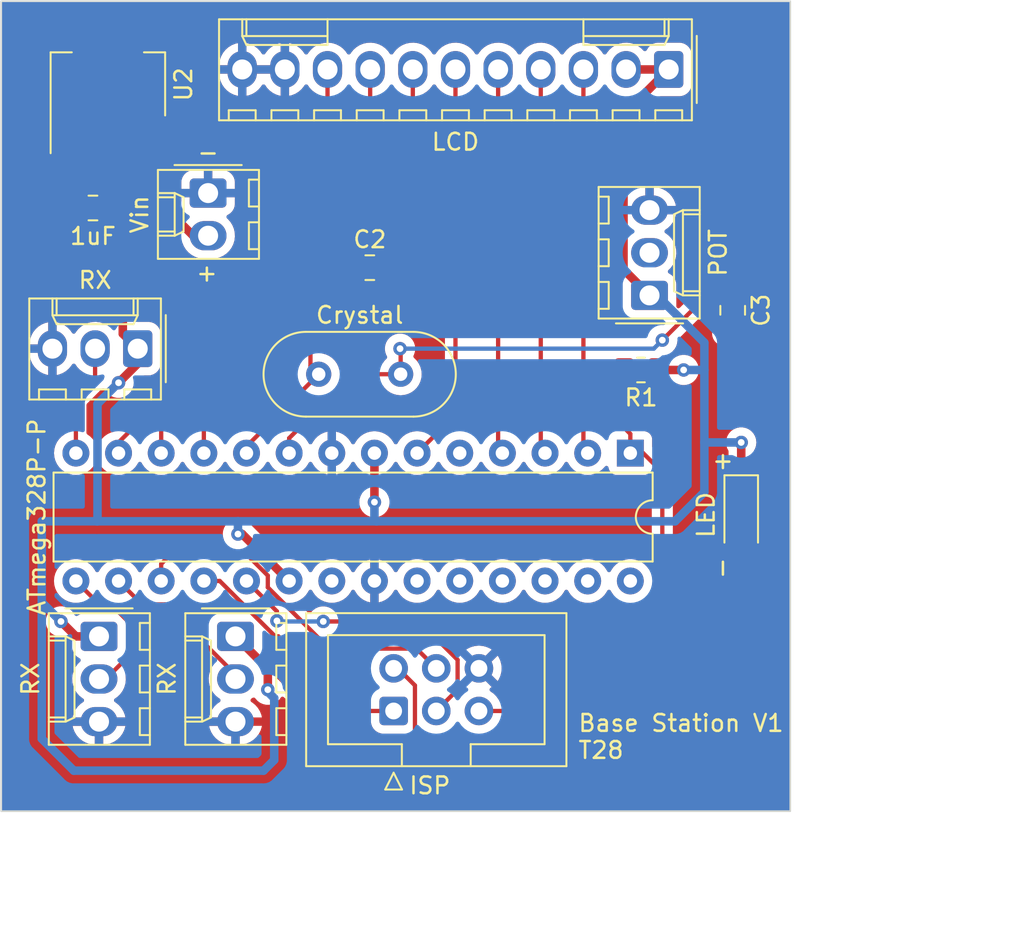
<source format=kicad_pcb>
(kicad_pcb (version 20221018) (generator pcbnew)
  (layers (0 "F.Cu" signal) (31 "B.Cu" signal) (34 "B.Paste" user) (35 "F.Paste" user) (36 "B.SilkS" user "B.Silkscreen") (37 "F.SilkS" user "F.Silkscreen") (38 "B.Mask" user) (39 "F.Mask" user) (44 "Edge.Cuts" user))
  (net 0 "")
  (net 1 "GND")
  (net 2 "+5V")
  (net 3 "Net-(D1-A)")
  (net 4 "/RS")
  (net 5 "/RW")
  (net 6 "/E")
  (net 7 "/DB4")
  (net 8 "/DB5")
  (net 9 "/DB6")
  (net 10 "/DB7")
  (net 11 "Net-(J1-Pin_2)")
  (net 12 "/MISO")
  (net 13 "/SCK")
  (net 14 "/MOSI")
  (net 15 "/RST")
  (net 16 "/D1")
  (net 17 "/D2")
  (net 18 "/D3")
  (net 20 "Net-(U1-XTAL1{slash}PB6)")
  (net 21 "Net-(U1-XTAL2{slash}PB7)")
  (net 29 "/Vo")
  (footprint "Connector_Molex:Molex_KK-254_AE-6410-02A_1x02_P2.54mm_Vertical" (layer "F.Cu") (at 64.389 107.95 -90)
    (fp_text reference "J1" hide)
    (fp_text value "Vin" (at 1.27 4.08 90) (layer "F.SilkS"))
    (fp_text user "+" (at 4.826 0 -90 unlocked) (layer "F.SilkS"))
    (fp_text user "-" (at -2.286 0 -180 unlocked) (layer "F.SilkS"))
    (fp_line (start -1.67 -2) (end -1.67 2) (stroke (width 0.12)) (layer "F.SilkS"))
    (fp_line (start -1.38 -3.03) (end -1.38 2.99) (stroke (width 0.12)) (layer "F.SilkS"))
    (fp_line (start -1.38 2.99) (end 3.92 2.99) (stroke (width 0.12)) (layer "F.SilkS"))
    (fp_line (start -0.8 -3.03) (end -0.8 -2.43) (stroke (width 0.12)) (layer "F.SilkS"))
    (fp_line (start -0.8 -2.43) (end 0.8 -2.43) (stroke (width 0.12)) (layer "F.SilkS"))
    (fp_line (start 0 1.99) (end 0.25 1.46) (stroke (width 0.12)) (layer "F.SilkS"))
    (fp_line (start 0 1.99) (end 2.54 1.99) (stroke (width 0.12)) (layer "F.SilkS"))
    (fp_line (start 0 2.99) (end 0 1.99) (stroke (width 0.12)) (layer "F.SilkS"))
    (fp_line (start 0.25 1.46) (end 2.29 1.46) (stroke (width 0.12)) (layer "F.SilkS"))
    (fp_line (start 0.25 2.99) (end 0.25 1.99) (stroke (width 0.12)) (layer "F.SilkS"))
    (fp_line (start 0.8 -2.43) (end 0.8 -3.03) (stroke (width 0.12)) (layer "F.SilkS"))
    (fp_line (start 1.74 -3.03) (end 1.74 -2.43) (stroke (width 0.12)) (layer "F.SilkS"))
    (fp_line (start 1.74 -2.43) (end 3.34 -2.43) (stroke (width 0.12)) (layer "F.SilkS"))
    (fp_line (start 2.29 1.46) (end 2.54 1.99) (stroke (width 0.12)) (layer "F.SilkS"))
    (fp_line (start 2.29 2.99) (end 2.29 1.99) (stroke (width 0.12)) (layer "F.SilkS"))
    (fp_line (start 2.54 1.99) (end 2.54 2.99) (stroke (width 0.12)) (layer "F.SilkS"))
    (fp_line (start 3.34 -2.43) (end 3.34 -3.03) (stroke (width 0.12)) (layer "F.SilkS"))
    (fp_line (start 3.92 -3.03) (end -1.38 -3.03) (stroke (width 0.12)) (layer "F.SilkS"))
    (fp_line (start 3.92 2.99) (end 3.92 -3.03) (stroke (width 0.12)) (layer "F.SilkS"))
    (pad "1" thru_hole roundrect (at 0 0 270) (size 1.74 2.19) (drill 1.19) (layers "*.Cu" "*.Mask") (roundrect_rratio 0.1436781609) (net 1 "GND"))
    (pad "2" thru_hole oval (at 2.54 0 270) (size 1.74 2.19) (drill 1.19) (layers "*.Cu" "*.Mask") (net 11 "Net-(J1-Pin_2)"))
  )
  (footprint "Connector_Molex:Molex_KK-254_AE-6410-03A_1x03_P2.54mm_Vertical" (layer "F.Cu") (at 90.678 114.046 90)
    (fp_text reference "POT1" hide)
    (fp_text value "POT" (at 2.54 4.08 90) (layer "F.SilkS"))
    (fp_line (start -1.67 -2) (end -1.67 2) (stroke (width 0.12)) (layer "F.SilkS"))
    (fp_line (start -1.38 -3.03) (end -1.38 2.99) (stroke (width 0.12)) (layer "F.SilkS"))
    (fp_line (start -1.38 2.99) (end 6.46 2.99) (stroke (width 0.12)) (layer "F.SilkS"))
    (fp_line (start -0.8 -3.03) (end -0.8 -2.43) (stroke (width 0.12)) (layer "F.SilkS"))
    (fp_line (start -0.8 -2.43) (end 0.8 -2.43) (stroke (width 0.12)) (layer "F.SilkS"))
    (fp_line (start 0 1.99) (end 0.25 1.46) (stroke (width 0.12)) (layer "F.SilkS"))
    (fp_line (start 0 1.99) (end 5.08 1.99) (stroke (width 0.12)) (layer "F.SilkS"))
    (fp_line (start 0 2.99) (end 0 1.99) (stroke (width 0.12)) (layer "F.SilkS"))
    (fp_line (start 0.25 1.46) (end 4.83 1.46) (stroke (width 0.12)) (layer "F.SilkS"))
    (fp_line (start 0.25 2.99) (end 0.25 1.99) (stroke (width 0.12)) (layer "F.SilkS"))
    (fp_line (start 0.8 -2.43) (end 0.8 -3.03) (stroke (width 0.12)) (layer "F.SilkS"))
    (fp_line (start 1.74 -3.03) (end 1.74 -2.43) (stroke (width 0.12)) (layer "F.SilkS"))
    (fp_line (start 1.74 -2.43) (end 3.34 -2.43) (stroke (width 0.12)) (layer "F.SilkS"))
    (fp_line (start 3.34 -2.43) (end 3.34 -3.03) (stroke (width 0.12)) (layer "F.SilkS"))
    (fp_line (start 4.28 -3.03) (end 4.28 -2.43) (stroke (width 0.12)) (layer "F.SilkS"))
    (fp_line (start 4.28 -2.43) (end 5.88 -2.43) (stroke (width 0.12)) (layer "F.SilkS"))
    (fp_line (start 4.83 1.46) (end 5.08 1.99) (stroke (width 0.12)) (layer "F.SilkS"))
    (fp_line (start 4.83 2.99) (end 4.83 1.99) (stroke (width 0.12)) (layer "F.SilkS"))
    (fp_line (start 5.08 1.99) (end 5.08 2.99) (stroke (width 0.12)) (layer "F.SilkS"))
    (fp_line (start 5.88 -2.43) (end 5.88 -3.03) (stroke (width 0.12)) (layer "F.SilkS"))
    (fp_line (start 6.46 -3.03) (end -1.38 -3.03) (stroke (width 0.12)) (layer "F.SilkS"))
    (fp_line (start 6.46 2.99) (end 6.46 -3.03) (stroke (width 0.12)) (layer "F.SilkS"))
    (pad "1" thru_hole roundrect (at 0 0 90) (size 1.74 2.19) (drill 1.19) (layers "*.Cu" "*.Mask") (roundrect_rratio 0.1436781609) (net 2 "+5V"))
    (pad "2" thru_hole oval (at 2.54 0 90) (size 1.74 2.19) (drill 1.19) (layers "*.Cu" "*.Mask") (net 29 "/Vo"))
    (pad "3" thru_hole oval (at 5.08 0 90) (size 1.74 2.19) (drill 1.19) (layers "*.Cu" "*.Mask") (net 1 "GND"))
  )
  (footprint "Capacitor_SMD:C_0805_2012Metric_Pad1.18x1.45mm_HandSolder" (layer "F.Cu") (at 95.631 114.935 -90)
    (fp_text reference "C3" (at 0 -1.68 90) (layer "F.SilkS"))
    (fp_text value "22P")
    (fp_line (start -0.261252 -0.735) (end 0.261252 -0.735) (stroke (width 0.12)) (layer "F.SilkS"))
    (fp_line (start -0.261252 0.735) (end 0.261252 0.735) (stroke (width 0.12)) (layer "F.SilkS"))
    (pad "1" smd roundrect (at -1.0375 0 270) (size 1.175 1.45) (layers "F.Cu" "F.Paste" "F.Mask") (roundrect_rratio 0.2127659574) (net 20 "Net-(U1-XTAL1{slash}PB6)"))
    (pad "2" smd roundrect (at 1.0375 0 270) (size 1.175 1.45) (layers "F.Cu" "F.Paste" "F.Mask") (roundrect_rratio 0.2127659574) (net 1 "GND"))
  )
  (footprint "Package_TO_SOT_SMD:SOT-223" (layer "F.Cu") (at 58.42 101.473 90)
    (fp_text reference "U2" hide)
    (fp_text value "U2" (at 0 4.5 90) (layer "F.SilkS"))
    (fp_line (start -4.1 -3.41) (end 1.91 -3.41) (stroke (width 0.12)) (layer "F.SilkS"))
    (fp_line (start -1.85 3.41) (end 1.91 3.41) (stroke (width 0.12)) (layer "F.SilkS"))
    (fp_line (start 1.91 -3.41) (end 1.91 -2.15) (stroke (width 0.12)) (layer "F.SilkS"))
    (fp_line (start 1.91 3.41) (end 1.91 2.15) (stroke (width 0.12)) (layer "F.SilkS"))
    (pad "1" smd rect (at -3.15 -2.3 90) (size 2 1.5) (layers "F.Cu" "F.Paste" "F.Mask") (net 1 "GND"))
    (pad "2" smd rect (at -3.15 0 90) (size 2 1.5) (layers "F.Cu" "F.Paste" "F.Mask") (net 2 "+5V"))
    (pad "3" smd rect (at -3.15 2.3 90) (size 2 1.5) (layers "F.Cu" "F.Paste" "F.Mask") (net 11 "Net-(J1-Pin_2)"))
    (pad "4" smd rect (at 3.15 0 90) (size 2 3.8) (layers "F.Cu" "F.Paste" "F.Mask"))
  )
  (footprint "Package_DIP:DIP-28_W7.62mm" (layer "F.Cu") (at 89.535 123.444 -90)
    (fp_text reference "U1" hide)
    (fp_text value "ATmega328P-P" (at 3.81 35.35 90) (layer "F.SilkS"))
    (fp_line (start 1.16 -1.33) (end 1.16 34.35) (stroke (width 0.12)) (layer "F.SilkS"))
    (fp_line (start 1.16 34.35) (end 6.46 34.35) (stroke (width 0.12)) (layer "F.SilkS"))
    (fp_line (start 2.81 -1.33) (end 1.16 -1.33) (stroke (width 0.12)) (layer "F.SilkS"))
    (fp_line (start 6.46 -1.33) (end 4.81 -1.33) (stroke (width 0.12)) (layer "F.SilkS"))
    (fp_line (start 6.46 34.35) (end 6.46 -1.33) (stroke (width 0.12)) (layer "F.SilkS"))
    (fp_arc (start 4.81 -1.33) (mid 3.81 -0.33) (end 2.81 -1.33) (stroke (width 0.12)) (layer "F.SilkS"))
    (pad "1" thru_hole rect (at 0 0 270) (size 1.6 1.6) (drill 0.8) (layers "*.Cu" "*.Mask") (net 15 "/RST"))
    (pad "2" thru_hole oval (at 0 2.54 270) (size 1.6 1.6) (drill 0.8) (layers "*.Cu" "*.Mask") (net 6 "/E"))
    (pad "3" thru_hole oval (at 0 5.08 270) (size 1.6 1.6) (drill 0.8) (layers "*.Cu" "*.Mask") (net 5 "/RW"))
    (pad "4" thru_hole oval (at 0 7.62 270) (size 1.6 1.6) (drill 0.8) (layers "*.Cu" "*.Mask") (net 4 "/RS"))
    (pad "5" thru_hole oval (at 0 10.16 270) (size 1.6 1.6) (drill 0.8) (layers "*.Cu" "*.Mask"))
    (pad "6" thru_hole oval (at 0 12.7 270) (size 1.6 1.6) (drill 0.8) (layers "*.Cu" "*.Mask") (net 7 "/DB4"))
    (pad "7" thru_hole oval (at 0 15.24 270) (size 1.6 1.6) (drill 0.8) (layers "*.Cu" "*.Mask") (net 2 "+5V"))
    (pad "8" thru_hole oval (at 0 17.78 270) (size 1.6 1.6) (drill 0.8) (layers "*.Cu" "*.Mask") (net 1 "GND"))
    (pad "9" thru_hole oval (at 0 20.32 270) (size 1.6 1.6) (drill 0.8) (layers "*.Cu" "*.Mask") (net 20 "Net-(U1-XTAL1{slash}PB6)"))
    (pad "10" thru_hole oval (at 0 22.86 270) (size 1.6 1.6) (drill 0.8) (layers "*.Cu" "*.Mask") (net 21 "Net-(U1-XTAL2{slash}PB7)"))
    (pad "11" thru_hole oval (at 0 25.4 270) (size 1.6 1.6) (drill 0.8) (layers "*.Cu" "*.Mask") (net 8 "/DB5"))
    (pad "12" thru_hole oval (at 0 27.94 270) (size 1.6 1.6) (drill 0.8) (layers "*.Cu" "*.Mask") (net 9 "/DB6"))
    (pad "13" thru_hole oval (at 0 30.48 270) (size 1.6 1.6) (drill 0.8) (layers "*.Cu" "*.Mask") (net 10 "/DB7"))
    (pad "14" thru_hole oval (at 0 33.02 270) (size 1.6 1.6) (drill 0.8) (layers "*.Cu" "*.Mask") (net 16 "/D1"))
    (pad "15" thru_hole oval (at 7.62 33.02 270) (size 1.6 1.6) (drill 0.8) (layers "*.Cu" "*.Mask") (net 17 "/D2"))
    (pad "16" thru_hole oval (at 7.62 30.48 270) (size 1.6 1.6) (drill 0.8) (layers "*.Cu" "*.Mask") (net 18 "/D3"))
    (pad "17" thru_hole oval (at 7.62 27.94 270) (size 1.6 1.6) (drill 0.8) (layers "*.Cu" "*.Mask") (net 14 "/MOSI"))
    (pad "18" thru_hole oval (at 7.62 25.4 270) (size 1.6 1.6) (drill 0.8) (layers "*.Cu" "*.Mask") (net 12 "/MISO"))
    (pad "19" thru_hole oval (at 7.62 22.86 270) (size 1.6 1.6) (drill 0.8) (layers "*.Cu" "*.Mask") (net 13 "/SCK"))
    (pad "20" thru_hole oval (at 7.62 20.32 270) (size 1.6 1.6) (drill 0.8) (layers "*.Cu" "*.Mask") (net 2 "+5V"))
    (pad "21" thru_hole oval (at 7.62 17.78 270) (size 1.6 1.6) (drill 0.8) (layers "*.Cu" "*.Mask"))
    (pad "22" thru_hole oval (at 7.62 15.24 270) (size 1.6 1.6) (drill 0.8) (layers "*.Cu" "*.Mask") (net 1 "GND"))
    (pad "23" thru_hole oval (at 7.62 12.7 270) (size 1.6 1.6) (drill 0.8) (layers "*.Cu" "*.Mask"))
    (pad "24" thru_hole oval (at 7.62 10.16 270) (size 1.6 1.6) (drill 0.8) (layers "*.Cu" "*.Mask"))
    (pad "25" thru_hole oval (at 7.62 7.62 270) (size 1.6 1.6) (drill 0.8) (layers "*.Cu" "*.Mask"))
    (pad "26" thru_hole oval (at 7.62 5.08 270) (size 1.6 1.6) (drill 0.8) (layers "*.Cu" "*.Mask"))
    (pad "27" thru_hole oval (at 7.62 2.54 270) (size 1.6 1.6) (drill 0.8) (layers "*.Cu" "*.Mask"))
    (pad "28" thru_hole oval (at 7.62 0 270) (size 1.6 1.6) (drill 0.8) (layers "*.Cu" "*.Mask"))
  )
  (footprint "Crystal:Crystal_HC49-4H_Vertical" (layer "F.Cu") (at 75.856 118.745 180)
    (fp_text reference "Y1" hide)
    (fp_text value "Crystal" (at 2.44 3.525) (layer "F.SilkS"))
    (fp_line (start -0.76 -2.525) (end 5.64 -2.525) (stroke (width 0.12)) (layer "F.SilkS"))
    (fp_line (start -0.76 2.525) (end 5.64 2.525) (stroke (width 0.12)) (layer "F.SilkS"))
    (fp_arc (start -0.76 2.525) (mid -3.285 0) (end -0.76 -2.525) (stroke (width 0.12)) (layer "F.SilkS"))
    (fp_arc (start 5.64 -2.525) (mid 8.165 0) (end 5.64 2.525) (stroke (width 0.12)) (layer "F.SilkS"))
    (pad "1" thru_hole circle (at 0 0 180) (size 1.5 1.5) (drill 0.8) (layers "*.Cu" "*.Mask") (net 20 "Net-(U1-XTAL1{slash}PB6)"))
    (pad "2" thru_hole circle (at 4.88 0 180) (size 1.5 1.5) (drill 0.8) (layers "*.Cu" "*.Mask") (net 21 "Net-(U1-XTAL2{slash}PB7)"))
  )
  (footprint "Capacitor_SMD:C_0805_2012Metric_Pad1.18x1.45mm_HandSolder" (layer "F.Cu") (at 57.531 108.839)
    (fp_text reference "C1" hide)
    (fp_text value "1uF" (at 0 1.68) (layer "F.SilkS"))
    (fp_line (start -0.261252 -0.735) (end 0.261252 -0.735) (stroke (width 0.12)) (layer "F.SilkS"))
    (fp_line (start -0.261252 0.735) (end 0.261252 0.735) (stroke (width 0.12)) (layer "F.SilkS"))
    (pad "1" smd roundrect (at -1.0375 0) (size 1.175 1.45) (layers "F.Cu" "F.Paste" "F.Mask") (roundrect_rratio 0.2127659574) (net 1 "GND"))
    (pad "2" smd roundrect (at 1.0375 0) (size 1.175 1.45) (layers "F.Cu" "F.Paste" "F.Mask") (roundrect_rratio 0.2127659574) (net 2 "+5V"))
  )
  (footprint "Resistor_SMD:R_0805_2012Metric_Pad1.20x1.40mm_HandSolder" (layer "F.Cu") (at 90.17 118.491 180)
    (fp_text reference "R1" (at 0 -1.65) (layer "F.SilkS"))
    (fp_text value "10k")
    (fp_line (start -0.227064 -0.735) (end 0.227064 -0.735) (stroke (width 0.12)) (layer "F.SilkS"))
    (fp_line (start -0.227064 0.735) (end 0.227064 0.735) (stroke (width 0.12)) (layer "F.SilkS"))
    (pad "1" smd roundrect (at -1 0 180) (size 1.2 1.4) (layers "F.Cu" "F.Paste" "F.Mask") (roundrect_rratio 0.2083333333) (net 2 "+5V"))
    (pad "2" smd roundrect (at 1 0 180) (size 1.2 1.4) (layers "F.Cu" "F.Paste" "F.Mask") (roundrect_rratio 0.2083333333) (net 15 "/RST"))
  )
  (footprint "Connector_Molex:Molex_KK-254_AE-6410-03A_1x03_P2.54mm_Vertical" (layer "F.Cu") (at 57.892 134.366 -90)
    (fp_text reference "RX_2" hide)
    (fp_text value "RX" (at 2.54 4.08 90) (layer "F.SilkS"))
    (fp_line (start -1.67 -2) (end -1.67 2) (stroke (width 0.12)) (layer "F.SilkS"))
    (fp_line (start -1.38 -3.03) (end -1.38 2.99) (stroke (width 0.12)) (layer "F.SilkS"))
    (fp_line (start -1.38 2.99) (end 6.46 2.99) (stroke (width 0.12)) (layer "F.SilkS"))
    (fp_line (start -0.8 -3.03) (end -0.8 -2.43) (stroke (width 0.12)) (layer "F.SilkS"))
    (fp_line (start -0.8 -2.43) (end 0.8 -2.43) (stroke (width 0.12)) (layer "F.SilkS"))
    (fp_line (start 0 1.99) (end 0.25 1.46) (stroke (width 0.12)) (layer "F.SilkS"))
    (fp_line (start 0 1.99) (end 5.08 1.99) (stroke (width 0.12)) (layer "F.SilkS"))
    (fp_line (start 0 2.99) (end 0 1.99) (stroke (width 0.12)) (layer "F.SilkS"))
    (fp_line (start 0.25 1.46) (end 4.83 1.46) (stroke (width 0.12)) (layer "F.SilkS"))
    (fp_line (start 0.25 2.99) (end 0.25 1.99) (stroke (width 0.12)) (layer "F.SilkS"))
    (fp_line (start 0.8 -2.43) (end 0.8 -3.03) (stroke (width 0.12)) (layer "F.SilkS"))
    (fp_line (start 1.74 -3.03) (end 1.74 -2.43) (stroke (width 0.12)) (layer "F.SilkS"))
    (fp_line (start 1.74 -2.43) (end 3.34 -2.43) (stroke (width 0.12)) (layer "F.SilkS"))
    (fp_line (start 3.34 -2.43) (end 3.34 -3.03) (stroke (width 0.12)) (layer "F.SilkS"))
    (fp_line (start 4.28 -3.03) (end 4.28 -2.43) (stroke (width 0.12)) (layer "F.SilkS"))
    (fp_line (start 4.28 -2.43) (end 5.88 -2.43) (stroke (width 0.12)) (layer "F.SilkS"))
    (fp_line (start 4.83 1.46) (end 5.08 1.99) (stroke (width 0.12)) (layer "F.SilkS"))
    (fp_line (start 4.83 2.99) (end 4.83 1.99) (stroke (width 0.12)) (layer "F.SilkS"))
    (fp_line (start 5.08 1.99) (end 5.08 2.99) (stroke (width 0.12)) (layer "F.SilkS"))
    (fp_line (start 5.88 -2.43) (end 5.88 -3.03) (stroke (width 0.12)) (layer "F.SilkS"))
    (fp_line (start 6.46 -3.03) (end -1.38 -3.03) (stroke (width 0.12)) (layer "F.SilkS"))
    (fp_line (start 6.46 2.99) (end 6.46 -3.03) (stroke (width 0.12)) (layer "F.SilkS"))
    (pad "1" thru_hole roundrect (at 0 0 270) (size 1.74 2.19) (drill 1.19) (layers "*.Cu" "*.Mask") (roundrect_rratio 0.1436781609) (net 2 "+5V"))
    (pad "2" thru_hole oval (at 2.54 0 270) (size 1.74 2.19) (drill 1.19) (layers "*.Cu" "*.Mask") (net 17 "/D2"))
    (pad "3" thru_hole oval (at 5.08 0 270) (size 1.74 2.19) (drill 1.19) (layers "*.Cu" "*.Mask") (net 1 "GND"))
  )
  (footprint "Connector_Molex:Molex_KK-254_AE-6410-03A_1x03_P2.54mm_Vertical" (layer "F.Cu") (at 66.02 134.366 -90)
    (fp_text reference "RX_3" hide)
    (fp_text value "RX" (at 2.54 4.08 90) (layer "F.SilkS"))
    (fp_line (start -1.67 -2) (end -1.67 2) (stroke (width 0.12)) (layer "F.SilkS"))
    (fp_line (start -1.38 -3.03) (end -1.38 2.99) (stroke (width 0.12)) (layer "F.SilkS"))
    (fp_line (start -1.38 2.99) (end 6.46 2.99) (stroke (width 0.12)) (layer "F.SilkS"))
    (fp_line (start -0.8 -3.03) (end -0.8 -2.43) (stroke (width 0.12)) (layer "F.SilkS"))
    (fp_line (start -0.8 -2.43) (end 0.8 -2.43) (stroke (width 0.12)) (layer "F.SilkS"))
    (fp_line (start 0 1.99) (end 0.25 1.46) (stroke (width 0.12)) (layer "F.SilkS"))
    (fp_line (start 0 1.99) (end 5.08 1.99) (stroke (width 0.12)) (layer "F.SilkS"))
    (fp_line (start 0 2.99) (end 0 1.99) (stroke (width 0.12)) (layer "F.SilkS"))
    (fp_line (start 0.25 1.46) (end 4.83 1.46) (stroke (width 0.12)) (layer "F.SilkS"))
    (fp_line (start 0.25 2.99) (end 0.25 1.99) (stroke (width 0.12)) (layer "F.SilkS"))
    (fp_line (start 0.8 -2.43) (end 0.8 -3.03) (stroke (width 0.12)) (layer "F.SilkS"))
    (fp_line (start 1.74 -3.03) (end 1.74 -2.43) (stroke (width 0.12)) (layer "F.SilkS"))
    (fp_line (start 1.74 -2.43) (end 3.34 -2.43) (stroke (width 0.12)) (layer "F.SilkS"))
    (fp_line (start 3.34 -2.43) (end 3.34 -3.03) (stroke (width 0.12)) (layer "F.SilkS"))
    (fp_line (start 4.28 -3.03) (end 4.28 -2.43) (stroke (width 0.12)) (layer "F.SilkS"))
    (fp_line (start 4.28 -2.43) (end 5.88 -2.43) (stroke (width 0.12)) (layer "F.SilkS"))
    (fp_line (start 4.83 1.46) (end 5.08 1.99) (stroke (width 0.12)) (layer "F.SilkS"))
    (fp_line (start 4.83 2.99) (end 4.83 1.99) (stroke (width 0.12)) (layer "F.SilkS"))
    (fp_line (start 5.08 1.99) (end 5.08 2.99) (stroke (width 0.12)) (layer "F.SilkS"))
    (fp_line (start 5.88 -2.43) (end 5.88 -3.03) (stroke (width 0.12)) (layer "F.SilkS"))
    (fp_line (start 6.46 -3.03) (end -1.38 -3.03) (stroke (width 0.12)) (layer "F.SilkS"))
    (fp_line (start 6.46 2.99) (end 6.46 -3.03) (stroke (width 0.12)) (layer "F.SilkS"))
    (pad "1" thru_hole roundrect (at 0 0 270) (size 1.74 2.19) (drill 1.19) (layers "*.Cu" "*.Mask") (roundrect_rratio 0.1436781609) (net 2 "+5V"))
    (pad "2" thru_hole oval (at 2.54 0 270) (size 1.74 2.19) (drill 1.19) (layers "*.Cu" "*.Mask") (net 18 "/D3"))
    (pad "3" thru_hole oval (at 5.08 0 270) (size 1.74 2.19) (drill 1.19) (layers "*.Cu" "*.Mask") (net 1 "GND"))
  )
  (footprint "Diode_SMD:D_SOD-123" (layer "F.Cu") (at 96.139 127.127 -90)
    (fp_text reference "D1" hide)
    (fp_text value "LED" (at 0 2.1 90) (layer "F.SilkS"))
    (fp_text user "+" (at -3.175 1.016 -90 unlocked) (layer "F.SilkS"))
    (fp_text user "-" (at 3.175 1.016 -90 unlocked) (layer "F.SilkS"))
    (fp_line (start -2.36 -1) (end -2.36 1) (stroke (width 0.12)) (layer "F.SilkS"))
    (fp_line (start -2.36 -1) (end 1.65 -1) (stroke (width 0.12)) (layer "F.SilkS"))
    (fp_line (start -2.36 1) (end 1.65 1) (stroke (width 0.12)) (layer "F.SilkS"))
    (pad "1" smd roundrect (at -1.65 0 270) (size 0.9 1.2) (layers "F.Cu" "F.Paste" "F.Mask") (net 2 "+5V"))
    (pad "2" smd roundrect (at 1.65 0 270) (size 0.9 1.2) (layers "F.Cu" "F.Paste" "F.Mask") (net 3 "Net-(D1-A)"))
  )
  (footprint "Connector_Molex:Molex_KK-254_AE-6410-03A_1x03_P2.54mm_Vertical" (layer "F.Cu") (at 60.198 117.221 180)
    (fp_text reference "RX_1" hide)
    (fp_text value "RX" (at 2.54 4.08) (layer "F.SilkS"))
    (fp_line (start -1.67 -2) (end -1.67 2) (stroke (width 0.12)) (layer "F.SilkS"))
    (fp_line (start -1.38 -3.03) (end -1.38 2.99) (stroke (width 0.12)) (layer "F.SilkS"))
    (fp_line (start -1.38 2.99) (end 6.46 2.99) (stroke (width 0.12)) (layer "F.SilkS"))
    (fp_line (start -0.8 -3.03) (end -0.8 -2.43) (stroke (width 0.12)) (layer "F.SilkS"))
    (fp_line (start -0.8 -2.43) (end 0.8 -2.43) (stroke (width 0.12)) (layer "F.SilkS"))
    (fp_line (start 0 1.99) (end 0.25 1.46) (stroke (width 0.12)) (layer "F.SilkS"))
    (fp_line (start 0 1.99) (end 5.08 1.99) (stroke (width 0.12)) (layer "F.SilkS"))
    (fp_line (start 0 2.99) (end 0 1.99) (stroke (width 0.12)) (layer "F.SilkS"))
    (fp_line (start 0.25 1.46) (end 4.83 1.46) (stroke (width 0.12)) (layer "F.SilkS"))
    (fp_line (start 0.25 2.99) (end 0.25 1.99) (stroke (width 0.12)) (layer "F.SilkS"))
    (fp_line (start 0.8 -2.43) (end 0.8 -3.03) (stroke (width 0.12)) (layer "F.SilkS"))
    (fp_line (start 1.74 -3.03) (end 1.74 -2.43) (stroke (width 0.12)) (layer "F.SilkS"))
    (fp_line (start 1.74 -2.43) (end 3.34 -2.43) (stroke (width 0.12)) (layer "F.SilkS"))
    (fp_line (start 3.34 -2.43) (end 3.34 -3.03) (stroke (width 0.12)) (layer "F.SilkS"))
    (fp_line (start 4.28 -3.03) (end 4.28 -2.43) (stroke (width 0.12)) (layer "F.SilkS"))
    (fp_line (start 4.28 -2.43) (end 5.88 -2.43) (stroke (width 0.12)) (layer "F.SilkS"))
    (fp_line (start 4.83 1.46) (end 5.08 1.99) (stroke (width 0.12)) (layer "F.SilkS"))
    (fp_line (start 4.83 2.99) (end 4.83 1.99) (stroke (width 0.12)) (layer "F.SilkS"))
    (fp_line (start 5.08 1.99) (end 5.08 2.99) (stroke (width 0.12)) (layer "F.SilkS"))
    (fp_line (start 5.88 -2.43) (end 5.88 -3.03) (stroke (width 0.12)) (layer "F.SilkS"))
    (fp_line (start 6.46 -3.03) (end -1.38 -3.03) (stroke (width 0.12)) (layer "F.SilkS"))
    (fp_line (start 6.46 2.99) (end 6.46 -3.03) (stroke (width 0.12)) (layer "F.SilkS"))
    (pad "1" thru_hole roundrect (at 0 0 180) (size 1.74 2.19) (drill 1.19) (layers "*.Cu" "*.Mask") (roundrect_rratio 0.1436781609) (net 2 "+5V"))
    (pad "2" thru_hole oval (at 2.54 0 180) (size 1.74 2.19) (drill 1.19) (layers "*.Cu" "*.Mask") (net 16 "/D1"))
    (pad "3" thru_hole oval (at 5.08 0 180) (size 1.74 2.19) (drill 1.19) (layers "*.Cu" "*.Mask") (net 1 "GND"))
  )
  (footprint "Connector_IDC:IDC-Header_2x03_P2.54mm_Vertical" (layer "F.Cu") (at 75.438 138.811 90)
    (fp_text reference "J2" hide)
    (fp_text value "ISP" (at -4.445 2.159) (layer "F.SilkS"))
    (fp_line (start -4.68 -0.5) (end -4.68 0.5) (stroke (width 0.12)) (layer "F.SilkS"))
    (fp_line (start -4.68 0.5) (end -3.68 0) (stroke (width 0.12)) (layer "F.SilkS"))
    (fp_line (start -3.68 0) (end -4.68 -0.5) (stroke (width 0.12)) (layer "F.SilkS"))
    (fp_line (start -3.29 -5.21) (end 5.83 -5.21) (stroke (width 0.12)) (layer "F.SilkS"))
    (fp_line (start -3.29 0.49) (end -1.98 0.49) (stroke (width 0.12)) (layer "F.SilkS"))
    (fp_line (start -3.29 10.29) (end -3.29 -5.21) (stroke (width 0.12)) (layer "F.SilkS"))
    (fp_line (start -1.98 -3.91) (end 4.52 -3.91) (stroke (width 0.12)) (layer "F.SilkS"))
    (fp_line (start -1.98 0.49) (end -1.98 -3.91) (stroke (width 0.12)) (layer "F.SilkS"))
    (fp_line (start -1.98 4.59) (end -3.29 4.59) (stroke (width 0.12)) (layer "F.SilkS"))
    (fp_line (start -1.98 4.59) (end -1.98 4.59) (stroke (width 0.12)) (layer "F.SilkS"))
    (fp_line (start -1.98 8.99) (end -1.98 4.59) (stroke (width 0.12)) (layer "F.SilkS"))
    (fp_line (start 4.52 -3.91) (end 4.52 8.99) (stroke (width 0.12)) (layer "F.SilkS"))
    (fp_line (start 4.52 8.99) (end -1.98 8.99) (stroke (width 0.12)) (layer "F.SilkS"))
    (fp_line (start 5.83 -5.21) (end 5.83 10.29) (stroke (width 0.12)) (layer "F.SilkS"))
    (fp_line (start 5.83 10.29) (end -3.29 10.29) (stroke (width 0.12)) (layer "F.SilkS"))
    (pad "1" thru_hole roundrect (at 0 0 90) (size 1.7 1.7) (drill 1) (layers "*.Cu" "*.Mask") (roundrect_rratio 0.1470588235) (net 12 "/MISO"))
    (pad "2" thru_hole circle (at 2.54 0 90) (size 1.7 1.7) (drill 1) (layers "*.Cu" "*.Mask") (net 3 "Net-(D1-A)"))
    (pad "3" thru_hole circle (at 0 2.54 90) (size 1.7 1.7) (drill 1) (layers "*.Cu" "*.Mask") (net 13 "/SCK"))
    (pad "4" thru_hole circle (at 2.54 2.54 90) (size 1.7 1.7) (drill 1) (layers "*.Cu" "*.Mask") (net 14 "/MOSI"))
    (pad "5" thru_hole circle (at 0 5.08 90) (size 1.7 1.7) (drill 1) (layers "*.Cu" "*.Mask") (net 15 "/RST"))
    (pad "6" thru_hole circle (at 2.54 5.08 90) (size 1.7 1.7) (drill 1) (layers "*.Cu" "*.Mask") (net 1 "GND"))
  )
  (footprint "Connector_Molex:Molex_KK-254_AE-6410-11A_1x11_P2.54mm_Vertical" (layer "F.Cu") (at 91.821 100.584 180)
    (fp_text reference "LCD1" hide)
    (fp_text value "LCD" (at 12.7 -4.318) (layer "F.SilkS"))
    (fp_line (start -1.67 -2) (end -1.67 2) (stroke (width 0.12)) (layer "F.SilkS"))
    (fp_line (start -1.38 -3.03) (end -1.38 2.99) (stroke (width 0.12)) (layer "F.SilkS"))
    (fp_line (start -1.38 2.99) (end 26.78 2.99) (stroke (width 0.12)) (layer "F.SilkS"))
    (fp_line (start -0.8 -3.03) (end -0.8 -2.43) (stroke (width 0.12)) (layer "F.SilkS"))
    (fp_line (start -0.8 -2.43) (end 0.8 -2.43) (stroke (width 0.12)) (layer "F.SilkS"))
    (fp_line (start 0 1.99) (end 0.25 1.46) (stroke (width 0.12)) (layer "F.SilkS"))
    (fp_line (start 0 1.99) (end 5.08 1.99) (stroke (width 0.12)) (layer "F.SilkS"))
    (fp_line (start 0 2.99) (end 0 1.99) (stroke (width 0.12)) (layer "F.SilkS"))
    (fp_line (start 0.25 1.46) (end 5.08 1.46) (stroke (width 0.12)) (layer "F.SilkS"))
    (fp_line (start 0.25 2.99) (end 0.25 1.99) (stroke (width 0.12)) (layer "F.SilkS"))
    (fp_line (start 0.8 -2.43) (end 0.8 -3.03) (stroke (width 0.12)) (layer "F.SilkS"))
    (fp_line (start 1.74 -3.03) (end 1.74 -2.43) (stroke (width 0.12)) (layer "F.SilkS"))
    (fp_line (start 1.74 -2.43) (end 3.34 -2.43) (stroke (width 0.12)) (layer "F.SilkS"))
    (fp_line (start 3.34 -2.43) (end 3.34 -3.03) (stroke (width 0.12)) (layer "F.SilkS"))
    (fp_line (start 4.28 -3.03) (end 4.28 -2.43) (stroke (width 0.12)) (layer "F.SilkS"))
    (fp_line (start 4.28 -2.43) (end 5.88 -2.43) (stroke (width 0.12)) (layer "F.SilkS"))
    (fp_line (start 5.08 1.46) (end 5.08 1.99) (stroke (width 0.12)) (layer "F.SilkS"))
    (fp_line (start 5.08 1.99) (end 5.08 2.99) (stroke (width 0.12)) (layer "F.SilkS"))
    (fp_line (start 5.88 -2.43) (end 5.88 -3.03) (stroke (width 0.12)) (layer "F.SilkS"))
    (fp_line (start 6.82 -3.03) (end 6.82 -2.43) (stroke (width 0.12)) (layer "F.SilkS"))
    (fp_line (start 6.82 -2.43) (end 8.42 -2.43) (stroke (width 0.12)) (layer "F.SilkS"))
    (fp_line (start 8.42 -2.43) (end 8.42 -3.03) (stroke (width 0.12)) (layer "F.SilkS"))
    (fp_line (start 9.36 -3.03) (end 9.36 -2.43) (stroke (width 0.12)) (layer "F.SilkS"))
    (fp_line (start 9.36 -2.43) (end 10.96 -2.43) (stroke (width 0.12)) (layer "F.SilkS"))
    (fp_line (start 10.96 -2.43) (end 10.96 -3.03) (stroke (width 0.12)) (layer "F.SilkS"))
    (fp_line (start 11.9 -3.03) (end 11.9 -2.43) (stroke (width 0.12)) (layer "F.SilkS"))
    (fp_line (start 11.9 -2.43) (end 13.5 -2.43) (stroke (width 0.12)) (layer "F.SilkS"))
    (fp_line (start 13.5 -2.43) (end 13.5 -3.03) (stroke (width 0.12)) (layer "F.SilkS"))
    (fp_line (start 14.44 -3.03) (end 14.44 -2.43) (stroke (width 0.12)) (layer "F.SilkS"))
    (fp_line (start 14.44 -2.43) (end 16.04 -2.43) (stroke (width 0.12)) (layer "F.SilkS"))
    (fp_line (start 16.04 -2.43) (end 16.04 -3.03) (stroke (width 0.12)) (layer "F.SilkS"))
    (fp_line (start 16.98 -3.03) (end 16.98 -2.43) (stroke (width 0.12)) (layer "F.SilkS"))
    (fp_line (start 16.98 -2.43) (end 18.58 -2.43) (stroke (width 0.12)) (layer "F.SilkS"))
    (fp_line (start 18.58 -2.43) (end 18.58 -3.03) (stroke (width 0.12)) (layer "F.SilkS"))
    (fp_line (start 19.52 -3.03) (end 19.52 -2.43) (stroke (width 0.12)) (layer "F.SilkS"))
    (fp_line (start 19.52 -2.43) (end 21.12 -2.43) (stroke (width 0.12)) (layer "F.SilkS"))
    (fp_line (start 20.32 1.46) (end 20.32 1.99) (stroke (width 0.12)) (layer "F.SilkS"))
    (fp_line (start 20.32 1.99) (end 20.32 2.99) (stroke (width 0.12)) (layer "F.SilkS"))
    (fp_line (start 21.12 -2.43) (end 21.12 -3.03) (stroke (width 0.12)) (layer "F.SilkS"))
    (fp_line (start 22.06 -3.03) (end 22.06 -2.43) (stroke (width 0.12)) (layer "F.SilkS"))
    (fp_line (start 22.06 -2.43) (end 23.66 -2.43) (stroke (width 0.12)) (layer "F.SilkS"))
    (fp_line (start 23.66 -2.43) (end 23.66 -3.03) (stroke (width 0.12)) (layer "F.SilkS"))
    (fp_line (start 24.6 -3.03) (end 24.6 -2.43) (stroke (width 0.12)) (layer "F.SilkS"))
    (fp_line (start 24.6 -2.43) (end 26.2 -2.43) (stroke (width 0.12)) (layer "F.SilkS"))
    (fp_line (start 25.15 1.46) (end 20.32 1.46) (stroke (width 0.12)) (layer "F.SilkS"))
    (fp_line (start 25.15 2.99) (end 25.15 1.99) (stroke (width 0.12)) (layer "F.SilkS"))
    (fp_line (start 25.4 1.99) (end 20.32 1.99) (stroke (width 0.12)) (layer "F.SilkS"))
    (fp_line (start 25.4 1.99) (end 25.15 1.46) (stroke (width 0.12)) (layer "F.SilkS"))
    (fp_line (start 25.4 2.99) (end 25.4 1.99) (stroke (width 0.12)) (layer "F.SilkS"))
    (fp_line (start 26.2 -2.43) (end 26.2 -3.03) (stroke (width 0.12)) (layer "F.SilkS"))
    (fp_line (start 26.78 -3.03) (end -1.38 -3.03) (stroke (width 0.12)) (layer "F.SilkS"))
    (fp_line (start 26.78 2.99) (end 26.78 -3.03) (stroke (width 0.12)) (layer "F.SilkS"))
    (pad "1" thru_hole roundrect (at 0 0 180) (size 1.74 2.19) (drill 1.19) (layers "*.Cu" "*.Mask") (roundrect_rratio 0.1436781609) (net 2 "+5V"))
    (pad "2" thru_hole oval (at 2.54 0 180) (size 1.74 2.19) (drill 1.19) (layers "*.Cu" "*.Mask") (net 2 "+5V"))
    (pad "3" thru_hole oval (at 5.08 0 180) (size 1.74 2.19) (drill 1.19) (layers "*.Cu" "*.Mask") (net 6 "/E"))
    (pad "4" thru_hole oval (at 7.62 0 180) (size 1.74 2.19) (drill 1.19) (layers "*.Cu" "*.Mask") (net 5 "/RW"))
    (pad "5" thru_hole oval (at 10.16 0 180) (size 1.74 2.19) (drill 1.19) (layers "*.Cu" "*.Mask") (net 4 "/RS"))
    (pad "6" thru_hole oval (at 12.7 0 180) (size 1.74 2.19) (drill 1.19) (layers "*.Cu" "*.Mask") (net 7 "/DB4"))
    (pad "7" thru_hole oval (at 15.24 0 180) (size 1.74 2.19) (drill 1.19) (layers "*.Cu" "*.Mask") (net 8 "/DB5"))
    (pad "8" thru_hole oval (at 17.78 0 180) (size 1.74 2.19) (drill 1.19) (layers "*.Cu" "*.Mask") (net 9 "/DB6"))
    (pad "9" thru_hole oval (at 20.32 0 180) (size 1.74 2.19) (drill 1.19) (layers "*.Cu" "*.Mask") (net 10 "/DB7"))
    (pad "10" thru_hole oval (at 22.86 0 180) (size 1.74 2.19) (drill 1.19) (layers "*.Cu" "*.Mask") (net 1 "GND"))
    (pad "11" thru_hole oval (at 25.4 0 180) (size 1.74 2.19) (drill 1.19) (layers "*.Cu" "*.Mask") (net 1 "GND"))
  )
  (footprint "Capacitor_SMD:C_0805_2012Metric_Pad1.18x1.45mm_HandSolder" (layer "F.Cu") (at 74.0195 112.395)
    (fp_text reference "C2" (at 0 -1.68) (layer "F.SilkS"))
    (fp_text value "22P")
    (fp_line (start -0.261252 -0.735) (end 0.261252 -0.735) (stroke (width 0.12)) (layer "F.SilkS"))
    (fp_line (start -0.261252 0.735) (end 0.261252 0.735) (stroke (width 0.12)) (layer "F.SilkS"))
    (pad "1" smd roundrect (at -1.0375 0) (size 1.175 1.45) (layers "F.Cu" "F.Paste" "F.Mask") (roundrect_rratio 0.2127659574) (net 21 "Net-(U1-XTAL2{slash}PB7)"))
    (pad "2" smd roundrect (at 1.0375 0) (size 1.175 1.45) (layers "F.Cu" "F.Paste" "F.Mask") (roundrect_rratio 0.2127659574) (net 1 "GND"))
  )
  (gr_rect (start 52.07 96.52) (end 99.06 144.78) (stroke (width 0.1)) (fill none) (layer "Edge.Cuts"))
  (gr_text "Base Station V1\nT28\n" (at 86.36 141.732) (layer "F.SilkS") (effects (font (size 1 1)) (justify left bottom)))
  (segment (start 83.947 132.842) (end 85.598 132.842) (width 0.254) (layer "F.Cu") (net 1))
  (segment (start 80.518 136.271) (end 83.947 132.842) (width 0.254) (layer "F.Cu") (net 1))
  (segment (start 96.139 122.809) (end 96.139 125.477) (width 0.508) (layer "F.Cu") (net 2))
  (segment (start 59.309 116.332) (end 60.198 117.221) (width 0.508) (layer "F.Cu") (net 2))
  (segment (start 60.198 117.221) (end 60.198 118.11) (width 0.508) (layer "F.Cu") (net 2))
  (segment (start 90.678 114.046) (end 89.129 112.497) (width 0.508) (layer "F.Cu") (net 2))
  (segment (start 58.5685 108.839) (end 59.309 109.5795) (width 0.508) (layer "F.Cu") (net 2))
  (segment (start 74.295 123.444) (end 74.295 126.365) (width 0.508) (layer "F.Cu") (net 2))
  (segment (start 58.42 104.623) (end 58.42 108.6905) (width 0.508) (layer "F.Cu") (net 2))
  (segment (start 92.71 118.491) (end 91.17 118.491) (width 0.508) (layer "F.Cu") (net 2))
  (segment (start 60.198 118.11) (end 59.055 119.253) (width 0.508) (layer "F.Cu") (net 2))
  (segment (start 89.281 100.584) (end 91.821 100.584) (width 0.508) (layer "F.Cu") (net 2))
  (segment (start 66.421 128.27) (end 69.215 131.064) (width 0.508) (layer "F.Cu") (net 2))
  (segment (start 58.42 108.6905) (end 58.5685 108.839) (width 0.508) (layer "F.Cu") (net 2))
  (segment (start 59.309 109.5795) (end 59.309 116.332) (width 0.508) (layer "F.Cu") (net 2))
  (segment (start 66.167 128.27) (end 66.421 128.27) (width 0.508) (layer "F.Cu") (net 2))
  (segment (start 67.945 137.541) (end 67.945 136.291) (width 0.508) (layer "F.Cu") (net 2))
  (segment (start 89.129 112.497) (end 89.129 103.276) (width 0.508) (layer "F.Cu") (net 2))
  (segment (start 57.892 134.366) (end 56.515 134.366) (width 0.508) (layer "F.Cu") (net 2))
  (segment (start 67.945 136.291) (end 66.02 134.366) (width 0.508) (layer "F.Cu") (net 2))
  (segment (start 89.129 103.276) (end 91.821 100.584) (width 0.508) (layer "F.Cu") (net 2))
  (segment (start 56.515 134.366) (end 55.626 133.477) (width 0.508) (layer "F.Cu") (net 2))
  (via (at 66.167 128.27) (size 0.8) (drill 0.4) (layers "F.Cu" "B.Cu") (net 2))
  (via (at 74.295 126.365) (size 0.8) (drill 0.4) (layers "F.Cu" "B.Cu") (net 2))
  (via (at 96.139 122.809) (size 0.8) (drill 0.4) (layers "F.Cu" "B.Cu") (net 2))
  (via (at 92.71 118.491) (size 0.8) (drill 0.4) (layers "F.Cu" "B.Cu") (net 2))
  (via (at 59.055 119.253) (size 0.8) (drill 0.4) (layers "F.Cu" "B.Cu") (net 2))
  (via (at 67.945 137.541) (size 0.8) (drill 0.4) (layers "F.Cu" "B.Cu") (net 2))
  (via (at 55.626 133.477) (size 0.8) (drill 0.4) (layers "F.Cu" "B.Cu") (net 2))
  (segment (start 74.295 127.381) (end 74.422 127.508) (width 0.508) (layer "B.Cu") (net 2))
  (segment (start 57.801 127.492) (end 57.785 127.508) (width 0.508) (layer "B.Cu") (net 2))
  (segment (start 66.167 128.27) (end 66.167 127.508) (width 0.508) (layer "B.Cu") (net 2))
  (segment (start 91.123739 114.046) (end 90.678 114.046) (width 0.508) (layer "B.Cu") (net 2))
  (segment (start 74.422 127.508) (end 92.202 127.508) (width 0.508) (layer "B.Cu") (net 2))
  (segment (start 54.483 132.334) (end 54.483 140.462) (width 0.508) (layer "B.Cu") (net 2))
  (segment (start 93.945 122.809) (end 96.139 122.809) (width 0.508) (layer "B.Cu") (net 2))
  (segment (start 56.388 142.367) (end 67.691 142.367) (width 0.508) (layer "B.Cu") (net 2))
  (segment (start 66.167 127.508) (end 74.422 127.508) (width 0.508) (layer "B.Cu") (net 2))
  (segment (start 74.295 126.365) (end 74.295 127.381) (width 0.508) (layer "B.Cu") (net 2))
  (segment (start 57.801 120.507) (end 57.801 127.492) (width 0.508) (layer "B.Cu") (net 2))
  (segment (start 93.945 122.809) (end 93.945 118.491) (width 0.508) (layer "B.Cu") (net 2))
  (segment (start 93.945 118.491) (end 92.71 118.491) (width 0.508) (layer "B.Cu") (net 2))
  (segment (start 92.202 127.508) (end 93.945 125.765) (width 0.508) (layer "B.Cu") (net 2))
  (segment (start 67.691 142.367) (end 68.326 141.732) (width 0.508) (layer "B.Cu") (net 2))
  (segment (start 59.055 119.253) (end 57.801 120.507) (width 0.508) (layer "B.Cu") (net 2))
  (segment (start 55.626 133.477) (end 54.483 132.334) (width 0.508) (layer "B.Cu") (net 2))
  (segment (start 93.945 118.491) (end 93.945 116.867261) (width 0.508) (layer "B.Cu") (net 2))
  (segment (start 93.945 125.765) (end 93.945 122.809) (width 0.508) (layer "B.Cu") (net 2))
  (segment (start 54.483 127.508) (end 57.785 127.508) (width 0.508) (layer "B.Cu") (net 2))
  (segment (start 68.326 141.732) (end 68.326 138.049) (width 0.508) (layer "B.Cu") (net 2))
  (segment (start 67.945 137.668) (end 67.945 137.541) (width 0.508) (layer "B.Cu") (net 2))
  (segment (start 68.326 138.049) (end 67.945 137.668) (width 0.508) (layer "B.Cu") (net 2))
  (segment (start 93.945 116.867261) (end 91.123739 114.046) (width 0.508) (layer "B.Cu") (net 2))
  (segment (start 57.785 127.508) (end 66.167 127.508) (width 0.508) (layer "B.Cu") (net 2))
  (segment (start 54.483 132.334) (end 54.483 127.508) (width 0.508) (layer "B.Cu") (net 2))
  (segment (start 54.483 140.462) (end 56.388 142.367) (width 0.508) (layer "B.Cu") (net 2))
  (segment (start 83.185 138.811) (end 81.661 140.335) (width 0.254) (layer "F.Cu") (net 3))
  (segment (start 92.837 136.017) (end 86.106 136.017) (width 0.254) (layer "F.Cu") (net 3))
  (segment (start 96.139 132.715) (end 92.837 136.017) (width 0.254) (layer "F.Cu") (net 3))
  (segment (start 84.963 137.16) (end 84.963 137.668) (width 0.254) (layer "F.Cu") (net 3))
  (segment (start 81.661 140.335) (end 76.835 140.335) (width 0.254) (layer "F.Cu") (net 3))
  (segment (start 83.82 138.811) (end 83.185 138.811) (width 0.254) (layer "F.Cu") (net 3))
  (segment (start 75.692 136.271) (end 75.438 136.271) (width 0.254) (layer "F.Cu") (net 3))
  (segment (start 76.708 137.287) (end 75.692 136.271) (width 0.254) (layer "F.Cu") (net 3))
  (segment (start 76.708 140.208) (end 76.708 137.287) (width 0.254) (layer "F.Cu") (net 3))
  (segment (start 84.963 137.668) (end 83.82 138.811) (width 0.254) (layer "F.Cu") (net 3))
  (segment (start 96.139 132.715) (end 96.139 128.777) (width 0.254) (layer "F.Cu") (net 3))
  (segment (start 86.106 136.017) (end 84.963 137.16) (width 0.254) (layer "F.Cu") (net 3))
  (segment (start 76.835 140.335) (end 76.708 140.208) (width 0.254) (layer "F.Cu") (net 3))
  (segment (start 81.661 123.19) (end 81.915 123.444) (width 0.254) (layer "F.Cu") (net 4))
  (segment (start 81.661 100.584) (end 81.661 123.19) (width 0.254) (layer "F.Cu") (net 4))
  (segment (start 84.201 100.584) (end 84.201 123.19) (width 0.254) (layer "F.Cu") (net 5))
  (segment (start 84.201 123.19) (end 84.455 123.444) (width 0.254) (layer "F.Cu") (net 5))
  (segment (start 86.741 123.19) (end 86.995 123.444) (width 0.254) (layer "F.Cu") (net 6))
  (segment (start 86.741 100.584) (end 86.741 123.19) (width 0.254) (layer "F.Cu") (net 6))
  (segment (start 79.121 121.158) (end 76.835 123.444) (width 0.254) (layer "F.Cu") (net 7))
  (segment (start 79.121 100.584) (end 79.121 121.158) (width 0.254) (layer "F.Cu") (net 7))
  (segment (start 69.469 114.3) (end 64.135 119.634) (width 0.254) (layer "F.Cu") (net 8))
  (segment (start 76.581 105.029) (end 69.469 112.141) (width 0.254) (layer "F.Cu") (net 8))
  (segment (start 69.469 112.141) (end 69.469 114.3) (width 0.254) (layer "F.Cu") (net 8))
  (segment (start 64.135 119.634) (end 64.135 123.444) (width 0.254) (layer "F.Cu") (net 8))
  (segment (start 76.581 100.584) (end 76.581 105.029) (width 0.254) (layer "F.Cu") (net 8))
  (segment (start 61.595 121.023948) (end 61.595 123.444) (width 0.254) (layer "F.Cu") (net 9))
  (segment (start 74.041 100.584) (end 74.041 106.426) (width 0.254) (layer "F.Cu") (net 9))
  (segment (start 68.830474 113.788474) (end 61.595 121.023948) (width 0.254) (layer "F.Cu") (net 9))
  (segment (start 74.041 106.426) (end 68.830474 111.636526) (width 0.254) (layer "F.Cu") (net 9))
  (segment (start 68.830474 111.636526) (end 68.830474 113.788474) (width 0.254) (layer "F.Cu") (net 9))
  (segment (start 65.913 113.411) (end 65.913 115.951) (width 0.254) (layer "F.Cu") (net 10))
  (segment (start 71.501 100.584) (end 71.501 107.823) (width 0.254) (layer "F.Cu") (net 10))
  (segment (start 65.913 115.951) (end 59.055 122.809) (width 0.254) (layer "F.Cu") (net 10))
  (segment (start 59.055 122.809) (end 59.055 123.444) (width 0.254) (layer "F.Cu") (net 10))
  (segment (start 71.501 107.823) (end 65.913 113.411) (width 0.254) (layer "F.Cu") (net 10))
  (segment (start 63.5 110.49) (end 60.72 107.71) (width 0.508) (layer "F.Cu") (net 11))
  (segment (start 64.389 110.49) (end 63.5 110.49) (width 0.508) (layer "F.Cu") (net 11))
  (segment (start 60.72 107.71) (end 60.72 104.623) (width 0.508) (layer "F.Cu") (net 11))
  (segment (start 68.58 136.779) (end 68.58 134.366) (width 0.254) (layer "F.Cu") (net 12))
  (segment (start 70.612 138.811) (end 68.58 136.779) (width 0.254) (layer "F.Cu") (net 12))
  (segment (start 75.438 138.811) (end 70.612 138.811) (width 0.254) (layer "F.Cu") (net 12))
  (segment (start 68.58 134.366) (end 68.383181 134.366) (width 0.254) (layer "F.Cu") (net 12))
  (segment (start 68.383181 134.366) (end 65.081181 131.064) (width 0.254) (layer "F.Cu") (net 12))
  (segment (start 65.081181 131.064) (end 64.135 131.064) (width 0.254) (layer "F.Cu") (net 12))
  (segment (start 77.978 138.811) (end 79.248 137.541) (width 0.254) (layer "F.Cu") (net 13))
  (segment (start 68.487304 132.876304) (end 66.675 131.064) (width 0.254) (layer "F.Cu") (net 13))
  (segment (start 79.248 135.763) (end 76.962 133.477) (width 0.254) (layer "F.Cu") (net 13))
  (segment (start 79.248 137.541) (end 79.248 135.763) (width 0.254) (layer "F.Cu") (net 13))
  (segment (start 76.962 133.477) (end 71.247 133.477) (width 0.254) (layer "F.Cu") (net 13))
  (segment (start 68.487304 133.442696) (end 68.487304 132.876304) (width 0.254) (layer "F.Cu") (net 13))
  (via (at 71.247 133.477) (size 0.8) (drill 0.4) (layers "F.Cu" "B.Cu") (net 13))
  (via (at 68.487304 133.442696) (size 0.8) (drill 0.4) (layers "F.Cu" "B.Cu") (net 13))
  (segment (start 68.521608 133.477) (end 68.487304 133.442696) (width 0.254) (layer "B.Cu") (net 13))
  (segment (start 71.247 133.477) (end 68.521608 133.477) (width 0.254) (layer "B.Cu") (net 13))
  (segment (start 77.978 136.271) (end 76.801 135.094) (width 0.254) (layer "F.Cu") (net 14))
  (segment (start 71.594 135.094) (end 67.945 131.445) (width 0.254) (layer "F.Cu") (net 14))
  (segment (start 67.945 131.445) (end 67.945 130.740181) (width 0.254) (layer "F.Cu") (net 14))
  (segment (start 66.617819 129.413) (end 62.23 129.413) (width 0.254) (layer "F.Cu") (net 14))
  (segment (start 67.945 130.740181) (end 66.617819 129.413) (width 0.254) (layer "F.Cu") (net 14))
  (segment (start 62.23 129.413) (end 61.595 130.048) (width 0.254) (layer "F.Cu") (net 14))
  (segment (start 76.801 135.094) (end 71.594 135.094) (width 0.254) (layer "F.Cu") (net 14))
  (segment (start 61.595 130.048) (end 61.595 131.064) (width 0.254) (layer "F.Cu") (net 14))
  (segment (start 88.9 118.745) (end 88.9 121.666) (width 0.254) (layer "F.Cu") (net 15))
  (segment (start 88.519 132.715) (end 90.043 132.715) (width 0.254) (layer "F.Cu") (net 15))
  (segment (start 89.17 118.491) (end 89.154 118.491) (width 0.254) (layer "F.Cu") (net 15))
  (segment (start 82.423 138.811) (end 88.519 132.715) (width 0.254) (layer "F.Cu") (net 15))
  (segment (start 90.043 132.715) (end 91.44 131.318) (width 0.254) (layer "F.Cu") (net 15))
  (segment (start 90.297 123.444) (end 89.535 123.444) (width 0.254) (layer "F.Cu") (net 15))
  (segment (start 91.44 124.587) (end 90.297 123.444) (width 0.254) (layer "F.Cu") (net 15))
  (segment (start 91.44 131.318) (end 91.44 124.587) (width 0.254) (layer "F.Cu") (net 15))
  (segment (start 88.9 121.666) (end 89.535 122.301) (width 0.254) (layer "F.Cu") (net 15))
  (segment (start 89.154 118.491) (end 88.9 118.745) (width 0.254) (layer "F.Cu") (net 15))
  (segment (start 80.518 138.811) (end 82.423 138.811) (width 0.254) (layer "F.Cu") (net 15))
  (segment (start 89.535 122.301) (end 89.535 123.444) (width 0.254) (layer "F.Cu") (net 15))
  (segment (start 57.658 119.126) (end 56.515 120.269) (width 0.254) (layer "F.Cu") (net 16))
  (segment (start 56.515 120.269) (end 56.515 123.444) (width 0.254) (layer "F.Cu") (net 16))
  (segment (start 57.658 117.221) (end 57.658 119.126) (width 0.254) (layer "F.Cu") (net 16))
  (segment (start 58.293 136.906) (end 60.325 134.874) (width 0.254) (layer "F.Cu") (net 17))
  (segment (start 60.325 134.1755) (end 58.9915 132.842) (width 0.254) (layer "F.Cu") (net 17))
  (segment (start 60.325 134.874) (end 60.325 134.1755) (width 0.254) (layer "F.Cu") (net 17))
  (segment (start 57.892 136.906) (end 58.293 136.906) (width 0.254) (layer "F.Cu") (net 17))
  (segment (start 58.9915 132.842) (end 58.293 132.842) (width 0.254) (layer "F.Cu") (net 17))
  (segment (start 58.293 132.842) (end 56.515 131.064) (width 0.254) (layer "F.Cu") (net 17))
  (segment (start 66.02 136.906) (end 66.02 136.647001) (width 0.254) (layer "F.Cu") (net 18))
  (segment (start 60.452 132.461) (end 59.055 131.064) (width 0.254) (layer "F.Cu") (net 18))
  (segment (start 61.833999 132.461) (end 60.452 132.461) (width 0.254) (layer "F.Cu") (net 18))
  (segment (start 66.02 136.647001) (end 61.833999 132.461) (width 0.254) (layer "F.Cu") (net 18))
  (segment (start 69.215 122.555) (end 69.215 123.444) (width 0.254) (layer "F.Cu") (net 20))
  (segment (start 95.6095 113.919) (end 95.631 113.8975) (width 0.254) (layer "F.Cu") (net 20))
  (segment (start 91.44 116.713) (end 94.234 113.919) (width 0.254) (layer "F.Cu") (net 20))
  (segment (start 73.025 118.745) (end 69.215 122.555) (width 0.254) (layer "F.Cu") (net 20))
  (segment (start 75.856 118.745) (end 73.025 118.745) (width 0.254) (layer "F.Cu") (net 20))
  (segment (start 75.856 118.745) (end 75.856 117.258) (width 0.254) (layer "F.Cu") (net 20))
  (segment (start 94.234 113.919) (end 95.6095 113.919) (width 0.254) (layer "F.Cu") (net 20))
  (segment (start 75.856 117.258) (end 75.819 117.221) (width 0.254) (layer "F.Cu") (net 20))
  (via (at 75.819 117.221) (size 0.8) (drill 0.4) (layers "F.Cu" "B.Cu") (net 20))
  (via (at 91.44 116.713) (size 0.8) (drill 0.4) (layers "F.Cu" "B.Cu") (net 20))
  (segment (start 90.932 117.221) (end 75.819 117.221) (width 0.254) (layer "B.Cu") (net 20))
  (segment (start 91.44 116.713) (end 90.932 117.221) (width 0.254) (layer "B.Cu") (net 20))
  (segment (start 70.485 114.681) (end 70.485 118.254) (width 0.254) (layer "F.Cu") (net 21))
  (segment (start 70.976 118.745) (end 66.675 123.046) (width 0.254) (layer "F.Cu") (net 21))
  (segment (start 70.485 118.254) (end 70.976 118.745) (width 0.254) (layer "F.Cu") (net 21))
  (segment (start 72.771 112.395) (end 70.485 114.681) (width 0.254) (layer "F.Cu") (net 21))
  (segment (start 72.982 112.395) (end 72.771 112.395) (width 0.254) (layer "F.Cu") (net 21))
  (segment (start 66.675 123.046) (end 66.675 123.444) (width 0.254) (layer "F.Cu") (net 21))
  (zone (net 1) (net_name "GND") (layers "F&B.Cu") (connect_pads (clearance 0.5)) (min_thickness 0.25) (fill yes (thermal_gap 0.5) (thermal_bridge_width 0.5))
    (polygon (pts (xy 52.07 96.52) (xy 52.07 144.78) (xy 99.06 144.78) (xy 99.06 96.52)))
  )
)
</source>
